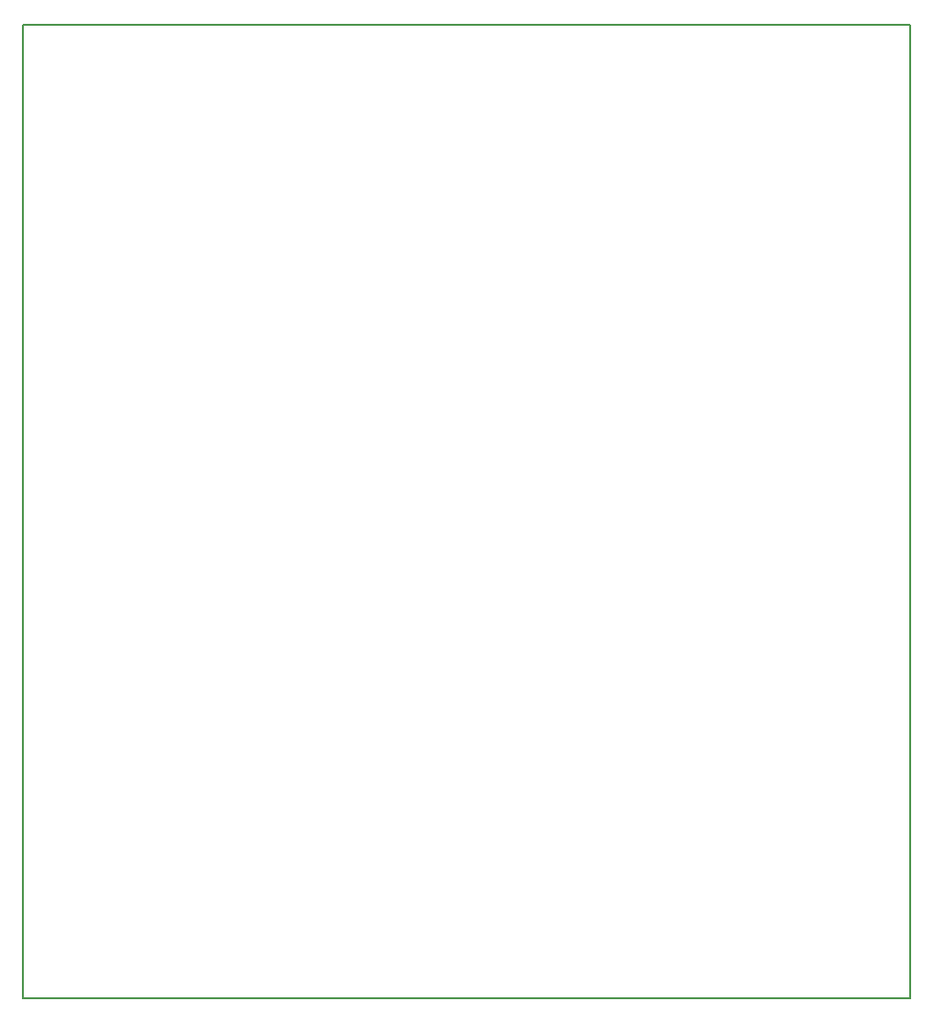
<source format=gbr>
G04 #@! TF.FileFunction,Other,User*
%FSLAX46Y46*%
G04 Gerber Fmt 4.6, Leading zero omitted, Abs format (unit mm)*
G04 Created by KiCad (PCBNEW 4.0.2+dfsg1-stable) date Sex 01 Abr 2016 09:35:36 BRT*
%MOMM*%
G01*
G04 APERTURE LIST*
%ADD10C,0.100000*%
%ADD11C,0.200000*%
G04 APERTURE END LIST*
D10*
D11*
X50800000Y-29210000D02*
X49530000Y-29210000D01*
X49530000Y-115570000D02*
X49530000Y-29210000D01*
X128270000Y-115570000D02*
X49530000Y-115570000D01*
X128270000Y-29210000D02*
X128270000Y-115570000D01*
X50800000Y-29210000D02*
X128270000Y-29210000D01*
M02*

</source>
